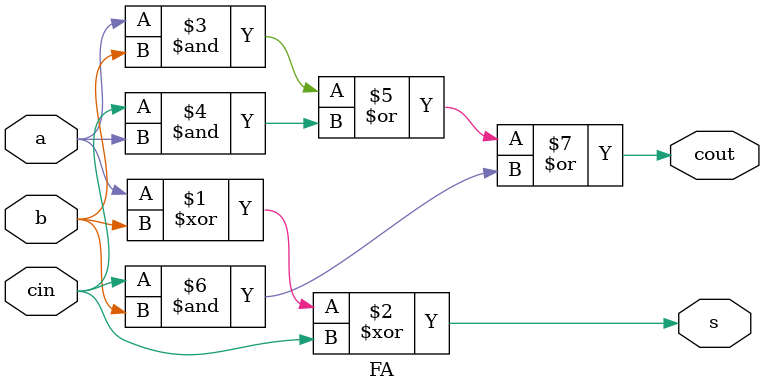
<source format=v>
module lab4part3 (a, b, s, cin, cout);
	input [3:0] a, b;
	input cin;
	output [3:0] s;
	output cout;
	
	wire c1,c2,c3;
	
	FA U0 (a[0], b[0], cin, s[0], c1);
	FA U1 (a[1], b[1], c1, s[1], c2);
	FA U2 (a[2], b[2], c2, s[2], c3);
	FA U3 (a[3], b[3], c3, s[3], cout);
endmodule

module FA (a, b, cin, s, cout);
	input a;
	input b;
	input cin;
	output s;
	output cout;
	
	assign s = a ^ b ^ cin;
	assign cout = (a & b) | (cin & a) | (cin & b);
endmodule
</source>
